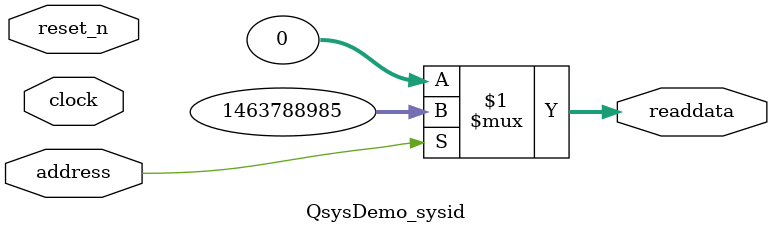
<source format=v>



// synthesis translate_off
`timescale 1ns / 1ps
// synthesis translate_on

// turn off superfluous verilog processor warnings 
// altera message_level Level1 
// altera message_off 10034 10035 10036 10037 10230 10240 10030 

module QsysDemo_sysid (
               // inputs:
                address,
                clock,
                reset_n,

               // outputs:
                readdata
             )
;

  output  [ 31: 0] readdata;
  input            address;
  input            clock;
  input            reset_n;

  wire    [ 31: 0] readdata;
  //control_slave, which is an e_avalon_slave
  assign readdata = address ? 1463788985 : 0;

endmodule




</source>
